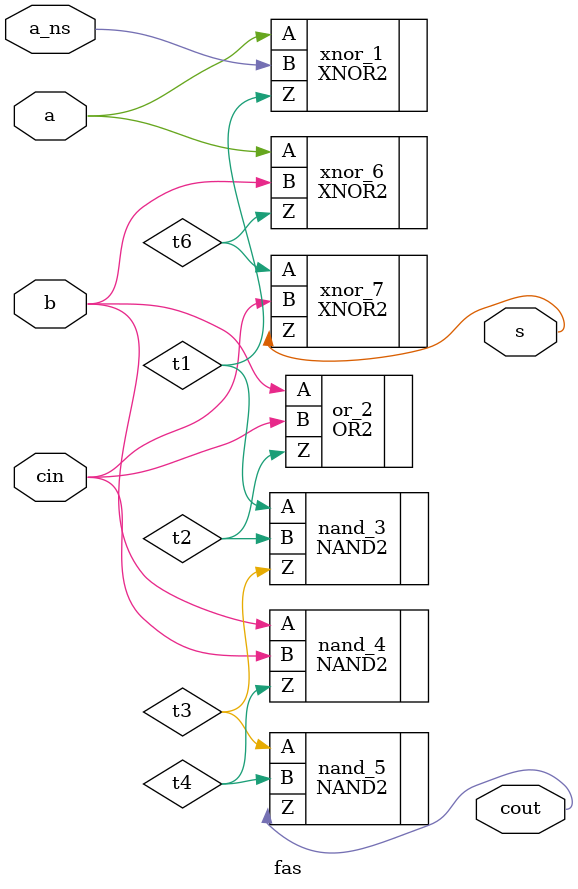
<source format=sv>
module fas (
    input logic a,           // Input bit a
    input logic b,           // Input bit b
    input logic cin,         // Carry in
    input logic a_ns,        // A_nS (add/not subtract) control
    output logic s,          // Output S
    output logic cout        // Carry out
);

logic t1, t2, t3, t4, t6;

XNOR2 #(
    .Tpdhl(8), .Tpdlh(8)
) xnor_1 (
    .A(a),
    .B(a_ns),
    .Z(t1)
);

OR2 #(
    .Tpdhl(2), .Tpdlh(2)
) or_2 (
    .A(b),
    .B(cin),
    .Z(t2)
);

NAND2 #(
    .Tpdhl(10), .Tpdlh(10)
) nand_3 (
    .A(t1),
    .B(t2),
    .Z(t3)
);

NAND2 #(
    .Tpdhl(10), .Tpdlh(10)
) nand_4 (
    .A(b),
    .B(cin),
    .Z(t4)
);

NAND2 #(
    .Tpdlh(10), .Tpdhl(10)
) nand_5(
    .A(t3),
    .B(t4),
    .Z(cout)
);

XNOR2 #(
    .Tpdlh(8), .Tpdhl(8)
) xnor_6(
    .A(a),
    .B(b),
    .Z(t6)
);

XNOR2 #(
    .Tpdlh(8), .Tpdhl(8)
) xnor_7(
    .A(t6),
    .B(cin),
    .Z(s)
);


endmodule

</source>
